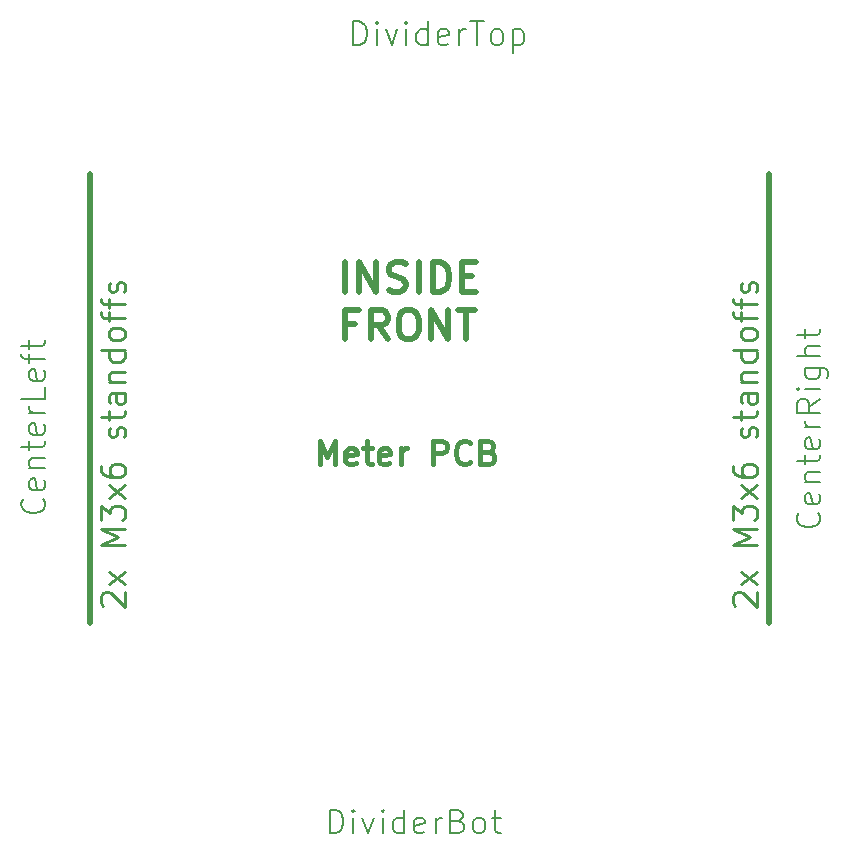
<source format=gbr>
%TF.GenerationSoftware,KiCad,Pcbnew,7.0.5-0*%
%TF.CreationDate,2024-04-21T20:23:48-04:00*%
%TF.ProjectId,swr_meter_divider,7377725f-6d65-4746-9572-5f6469766964,rev?*%
%TF.SameCoordinates,Original*%
%TF.FileFunction,Legend,Top*%
%TF.FilePolarity,Positive*%
%FSLAX46Y46*%
G04 Gerber Fmt 4.6, Leading zero omitted, Abs format (unit mm)*
G04 Created by KiCad (PCBNEW 7.0.5-0) date 2024-04-21 20:23:48*
%MOMM*%
%LPD*%
G01*
G04 APERTURE LIST*
%ADD10C,0.500000*%
%ADD11C,0.250000*%
%ADD12C,0.200000*%
%ADD13C,0.400000*%
G04 APERTURE END LIST*
D10*
X108075542Y-41783627D02*
X108075542Y-79783627D01*
X165575542Y-41783627D02*
X165575542Y-79783627D01*
X129699727Y-51726674D02*
X129699727Y-49226674D01*
X130890203Y-51726674D02*
X130890203Y-49226674D01*
X130890203Y-49226674D02*
X132318774Y-51726674D01*
X132318774Y-51726674D02*
X132318774Y-49226674D01*
X133390203Y-51607627D02*
X133747346Y-51726674D01*
X133747346Y-51726674D02*
X134342584Y-51726674D01*
X134342584Y-51726674D02*
X134580679Y-51607627D01*
X134580679Y-51607627D02*
X134699727Y-51488579D01*
X134699727Y-51488579D02*
X134818774Y-51250484D01*
X134818774Y-51250484D02*
X134818774Y-51012388D01*
X134818774Y-51012388D02*
X134699727Y-50774293D01*
X134699727Y-50774293D02*
X134580679Y-50655246D01*
X134580679Y-50655246D02*
X134342584Y-50536198D01*
X134342584Y-50536198D02*
X133866393Y-50417150D01*
X133866393Y-50417150D02*
X133628298Y-50298103D01*
X133628298Y-50298103D02*
X133509251Y-50179055D01*
X133509251Y-50179055D02*
X133390203Y-49940960D01*
X133390203Y-49940960D02*
X133390203Y-49702865D01*
X133390203Y-49702865D02*
X133509251Y-49464769D01*
X133509251Y-49464769D02*
X133628298Y-49345722D01*
X133628298Y-49345722D02*
X133866393Y-49226674D01*
X133866393Y-49226674D02*
X134461632Y-49226674D01*
X134461632Y-49226674D02*
X134818774Y-49345722D01*
X135890203Y-51726674D02*
X135890203Y-49226674D01*
X137080679Y-51726674D02*
X137080679Y-49226674D01*
X137080679Y-49226674D02*
X137675917Y-49226674D01*
X137675917Y-49226674D02*
X138033060Y-49345722D01*
X138033060Y-49345722D02*
X138271155Y-49583817D01*
X138271155Y-49583817D02*
X138390202Y-49821912D01*
X138390202Y-49821912D02*
X138509250Y-50298103D01*
X138509250Y-50298103D02*
X138509250Y-50655246D01*
X138509250Y-50655246D02*
X138390202Y-51131436D01*
X138390202Y-51131436D02*
X138271155Y-51369531D01*
X138271155Y-51369531D02*
X138033060Y-51607627D01*
X138033060Y-51607627D02*
X137675917Y-51726674D01*
X137675917Y-51726674D02*
X137080679Y-51726674D01*
X139580679Y-50417150D02*
X140414012Y-50417150D01*
X140771155Y-51726674D02*
X139580679Y-51726674D01*
X139580679Y-51726674D02*
X139580679Y-49226674D01*
X139580679Y-49226674D02*
X140771155Y-49226674D01*
X130533060Y-54442150D02*
X129699727Y-54442150D01*
X129699727Y-55751674D02*
X129699727Y-53251674D01*
X129699727Y-53251674D02*
X130890203Y-53251674D01*
X133271155Y-55751674D02*
X132437822Y-54561198D01*
X131842584Y-55751674D02*
X131842584Y-53251674D01*
X131842584Y-53251674D02*
X132794965Y-53251674D01*
X132794965Y-53251674D02*
X133033060Y-53370722D01*
X133033060Y-53370722D02*
X133152107Y-53489769D01*
X133152107Y-53489769D02*
X133271155Y-53727865D01*
X133271155Y-53727865D02*
X133271155Y-54085007D01*
X133271155Y-54085007D02*
X133152107Y-54323103D01*
X133152107Y-54323103D02*
X133033060Y-54442150D01*
X133033060Y-54442150D02*
X132794965Y-54561198D01*
X132794965Y-54561198D02*
X131842584Y-54561198D01*
X134818774Y-53251674D02*
X135294965Y-53251674D01*
X135294965Y-53251674D02*
X135533060Y-53370722D01*
X135533060Y-53370722D02*
X135771155Y-53608817D01*
X135771155Y-53608817D02*
X135890203Y-54085007D01*
X135890203Y-54085007D02*
X135890203Y-54918341D01*
X135890203Y-54918341D02*
X135771155Y-55394531D01*
X135771155Y-55394531D02*
X135533060Y-55632627D01*
X135533060Y-55632627D02*
X135294965Y-55751674D01*
X135294965Y-55751674D02*
X134818774Y-55751674D01*
X134818774Y-55751674D02*
X134580679Y-55632627D01*
X134580679Y-55632627D02*
X134342584Y-55394531D01*
X134342584Y-55394531D02*
X134223536Y-54918341D01*
X134223536Y-54918341D02*
X134223536Y-54085007D01*
X134223536Y-54085007D02*
X134342584Y-53608817D01*
X134342584Y-53608817D02*
X134580679Y-53370722D01*
X134580679Y-53370722D02*
X134818774Y-53251674D01*
X136961632Y-55751674D02*
X136961632Y-53251674D01*
X136961632Y-53251674D02*
X138390203Y-55751674D01*
X138390203Y-55751674D02*
X138390203Y-53251674D01*
X139223537Y-53251674D02*
X140652108Y-53251674D01*
X139937822Y-55751674D02*
X139937822Y-53251674D01*
D11*
X162708256Y-78297913D02*
X162613018Y-78202675D01*
X162613018Y-78202675D02*
X162517780Y-78012199D01*
X162517780Y-78012199D02*
X162517780Y-77536008D01*
X162517780Y-77536008D02*
X162613018Y-77345532D01*
X162613018Y-77345532D02*
X162708256Y-77250294D01*
X162708256Y-77250294D02*
X162898732Y-77155056D01*
X162898732Y-77155056D02*
X163089208Y-77155056D01*
X163089208Y-77155056D02*
X163374922Y-77250294D01*
X163374922Y-77250294D02*
X164517780Y-78393151D01*
X164517780Y-78393151D02*
X164517780Y-77155056D01*
X164517780Y-76488389D02*
X163184446Y-75440770D01*
X163184446Y-76488389D02*
X164517780Y-75440770D01*
X164517780Y-73155055D02*
X162517780Y-73155055D01*
X162517780Y-73155055D02*
X163946351Y-72488388D01*
X163946351Y-72488388D02*
X162517780Y-71821722D01*
X162517780Y-71821722D02*
X164517780Y-71821722D01*
X162517780Y-71059817D02*
X162517780Y-69821722D01*
X162517780Y-69821722D02*
X163279684Y-70488389D01*
X163279684Y-70488389D02*
X163279684Y-70202674D01*
X163279684Y-70202674D02*
X163374922Y-70012198D01*
X163374922Y-70012198D02*
X163470161Y-69916960D01*
X163470161Y-69916960D02*
X163660637Y-69821722D01*
X163660637Y-69821722D02*
X164136827Y-69821722D01*
X164136827Y-69821722D02*
X164327303Y-69916960D01*
X164327303Y-69916960D02*
X164422542Y-70012198D01*
X164422542Y-70012198D02*
X164517780Y-70202674D01*
X164517780Y-70202674D02*
X164517780Y-70774103D01*
X164517780Y-70774103D02*
X164422542Y-70964579D01*
X164422542Y-70964579D02*
X164327303Y-71059817D01*
X164517780Y-69155055D02*
X163184446Y-68107436D01*
X163184446Y-69155055D02*
X164517780Y-68107436D01*
X162517780Y-66488388D02*
X162517780Y-66869341D01*
X162517780Y-66869341D02*
X162613018Y-67059817D01*
X162613018Y-67059817D02*
X162708256Y-67155055D01*
X162708256Y-67155055D02*
X162993970Y-67345531D01*
X162993970Y-67345531D02*
X163374922Y-67440769D01*
X163374922Y-67440769D02*
X164136827Y-67440769D01*
X164136827Y-67440769D02*
X164327303Y-67345531D01*
X164327303Y-67345531D02*
X164422542Y-67250293D01*
X164422542Y-67250293D02*
X164517780Y-67059817D01*
X164517780Y-67059817D02*
X164517780Y-66678864D01*
X164517780Y-66678864D02*
X164422542Y-66488388D01*
X164422542Y-66488388D02*
X164327303Y-66393150D01*
X164327303Y-66393150D02*
X164136827Y-66297912D01*
X164136827Y-66297912D02*
X163660637Y-66297912D01*
X163660637Y-66297912D02*
X163470161Y-66393150D01*
X163470161Y-66393150D02*
X163374922Y-66488388D01*
X163374922Y-66488388D02*
X163279684Y-66678864D01*
X163279684Y-66678864D02*
X163279684Y-67059817D01*
X163279684Y-67059817D02*
X163374922Y-67250293D01*
X163374922Y-67250293D02*
X163470161Y-67345531D01*
X163470161Y-67345531D02*
X163660637Y-67440769D01*
X164422542Y-64012197D02*
X164517780Y-63821721D01*
X164517780Y-63821721D02*
X164517780Y-63440769D01*
X164517780Y-63440769D02*
X164422542Y-63250292D01*
X164422542Y-63250292D02*
X164232065Y-63155054D01*
X164232065Y-63155054D02*
X164136827Y-63155054D01*
X164136827Y-63155054D02*
X163946351Y-63250292D01*
X163946351Y-63250292D02*
X163851113Y-63440769D01*
X163851113Y-63440769D02*
X163851113Y-63726483D01*
X163851113Y-63726483D02*
X163755875Y-63916959D01*
X163755875Y-63916959D02*
X163565399Y-64012197D01*
X163565399Y-64012197D02*
X163470161Y-64012197D01*
X163470161Y-64012197D02*
X163279684Y-63916959D01*
X163279684Y-63916959D02*
X163184446Y-63726483D01*
X163184446Y-63726483D02*
X163184446Y-63440769D01*
X163184446Y-63440769D02*
X163279684Y-63250292D01*
X163184446Y-62583625D02*
X163184446Y-61821721D01*
X162517780Y-62297911D02*
X164232065Y-62297911D01*
X164232065Y-62297911D02*
X164422542Y-62202673D01*
X164422542Y-62202673D02*
X164517780Y-62012197D01*
X164517780Y-62012197D02*
X164517780Y-61821721D01*
X164517780Y-60297911D02*
X163470161Y-60297911D01*
X163470161Y-60297911D02*
X163279684Y-60393149D01*
X163279684Y-60393149D02*
X163184446Y-60583625D01*
X163184446Y-60583625D02*
X163184446Y-60964578D01*
X163184446Y-60964578D02*
X163279684Y-61155054D01*
X164422542Y-60297911D02*
X164517780Y-60488387D01*
X164517780Y-60488387D02*
X164517780Y-60964578D01*
X164517780Y-60964578D02*
X164422542Y-61155054D01*
X164422542Y-61155054D02*
X164232065Y-61250292D01*
X164232065Y-61250292D02*
X164041589Y-61250292D01*
X164041589Y-61250292D02*
X163851113Y-61155054D01*
X163851113Y-61155054D02*
X163755875Y-60964578D01*
X163755875Y-60964578D02*
X163755875Y-60488387D01*
X163755875Y-60488387D02*
X163660637Y-60297911D01*
X163184446Y-59345530D02*
X164517780Y-59345530D01*
X163374922Y-59345530D02*
X163279684Y-59250292D01*
X163279684Y-59250292D02*
X163184446Y-59059816D01*
X163184446Y-59059816D02*
X163184446Y-58774101D01*
X163184446Y-58774101D02*
X163279684Y-58583625D01*
X163279684Y-58583625D02*
X163470161Y-58488387D01*
X163470161Y-58488387D02*
X164517780Y-58488387D01*
X164517780Y-56678863D02*
X162517780Y-56678863D01*
X164422542Y-56678863D02*
X164517780Y-56869339D01*
X164517780Y-56869339D02*
X164517780Y-57250292D01*
X164517780Y-57250292D02*
X164422542Y-57440768D01*
X164422542Y-57440768D02*
X164327303Y-57536006D01*
X164327303Y-57536006D02*
X164136827Y-57631244D01*
X164136827Y-57631244D02*
X163565399Y-57631244D01*
X163565399Y-57631244D02*
X163374922Y-57536006D01*
X163374922Y-57536006D02*
X163279684Y-57440768D01*
X163279684Y-57440768D02*
X163184446Y-57250292D01*
X163184446Y-57250292D02*
X163184446Y-56869339D01*
X163184446Y-56869339D02*
X163279684Y-56678863D01*
X164517780Y-55440768D02*
X164422542Y-55631244D01*
X164422542Y-55631244D02*
X164327303Y-55726482D01*
X164327303Y-55726482D02*
X164136827Y-55821720D01*
X164136827Y-55821720D02*
X163565399Y-55821720D01*
X163565399Y-55821720D02*
X163374922Y-55726482D01*
X163374922Y-55726482D02*
X163279684Y-55631244D01*
X163279684Y-55631244D02*
X163184446Y-55440768D01*
X163184446Y-55440768D02*
X163184446Y-55155053D01*
X163184446Y-55155053D02*
X163279684Y-54964577D01*
X163279684Y-54964577D02*
X163374922Y-54869339D01*
X163374922Y-54869339D02*
X163565399Y-54774101D01*
X163565399Y-54774101D02*
X164136827Y-54774101D01*
X164136827Y-54774101D02*
X164327303Y-54869339D01*
X164327303Y-54869339D02*
X164422542Y-54964577D01*
X164422542Y-54964577D02*
X164517780Y-55155053D01*
X164517780Y-55155053D02*
X164517780Y-55440768D01*
X163184446Y-54202672D02*
X163184446Y-53440768D01*
X164517780Y-53916958D02*
X162803494Y-53916958D01*
X162803494Y-53916958D02*
X162613018Y-53821720D01*
X162613018Y-53821720D02*
X162517780Y-53631244D01*
X162517780Y-53631244D02*
X162517780Y-53440768D01*
X163184446Y-53059815D02*
X163184446Y-52297911D01*
X164517780Y-52774101D02*
X162803494Y-52774101D01*
X162803494Y-52774101D02*
X162613018Y-52678863D01*
X162613018Y-52678863D02*
X162517780Y-52488387D01*
X162517780Y-52488387D02*
X162517780Y-52297911D01*
X164422542Y-51726482D02*
X164517780Y-51536006D01*
X164517780Y-51536006D02*
X164517780Y-51155054D01*
X164517780Y-51155054D02*
X164422542Y-50964577D01*
X164422542Y-50964577D02*
X164232065Y-50869339D01*
X164232065Y-50869339D02*
X164136827Y-50869339D01*
X164136827Y-50869339D02*
X163946351Y-50964577D01*
X163946351Y-50964577D02*
X163851113Y-51155054D01*
X163851113Y-51155054D02*
X163851113Y-51440768D01*
X163851113Y-51440768D02*
X163755875Y-51631244D01*
X163755875Y-51631244D02*
X163565399Y-51726482D01*
X163565399Y-51726482D02*
X163470161Y-51726482D01*
X163470161Y-51726482D02*
X163279684Y-51631244D01*
X163279684Y-51631244D02*
X163184446Y-51440768D01*
X163184446Y-51440768D02*
X163184446Y-51155054D01*
X163184446Y-51155054D02*
X163279684Y-50964577D01*
D12*
X130383310Y-30828465D02*
X130383310Y-28828465D01*
X130383310Y-28828465D02*
X130859500Y-28828465D01*
X130859500Y-28828465D02*
X131145215Y-28923703D01*
X131145215Y-28923703D02*
X131335691Y-29114179D01*
X131335691Y-29114179D02*
X131430929Y-29304655D01*
X131430929Y-29304655D02*
X131526167Y-29685607D01*
X131526167Y-29685607D02*
X131526167Y-29971322D01*
X131526167Y-29971322D02*
X131430929Y-30352274D01*
X131430929Y-30352274D02*
X131335691Y-30542750D01*
X131335691Y-30542750D02*
X131145215Y-30733227D01*
X131145215Y-30733227D02*
X130859500Y-30828465D01*
X130859500Y-30828465D02*
X130383310Y-30828465D01*
X132383310Y-30828465D02*
X132383310Y-29495131D01*
X132383310Y-28828465D02*
X132288072Y-28923703D01*
X132288072Y-28923703D02*
X132383310Y-29018941D01*
X132383310Y-29018941D02*
X132478548Y-28923703D01*
X132478548Y-28923703D02*
X132383310Y-28828465D01*
X132383310Y-28828465D02*
X132383310Y-29018941D01*
X133145215Y-29495131D02*
X133621405Y-30828465D01*
X133621405Y-30828465D02*
X134097596Y-29495131D01*
X134859501Y-30828465D02*
X134859501Y-29495131D01*
X134859501Y-28828465D02*
X134764263Y-28923703D01*
X134764263Y-28923703D02*
X134859501Y-29018941D01*
X134859501Y-29018941D02*
X134954739Y-28923703D01*
X134954739Y-28923703D02*
X134859501Y-28828465D01*
X134859501Y-28828465D02*
X134859501Y-29018941D01*
X136669025Y-30828465D02*
X136669025Y-28828465D01*
X136669025Y-30733227D02*
X136478549Y-30828465D01*
X136478549Y-30828465D02*
X136097596Y-30828465D01*
X136097596Y-30828465D02*
X135907120Y-30733227D01*
X135907120Y-30733227D02*
X135811882Y-30637988D01*
X135811882Y-30637988D02*
X135716644Y-30447512D01*
X135716644Y-30447512D02*
X135716644Y-29876084D01*
X135716644Y-29876084D02*
X135811882Y-29685607D01*
X135811882Y-29685607D02*
X135907120Y-29590369D01*
X135907120Y-29590369D02*
X136097596Y-29495131D01*
X136097596Y-29495131D02*
X136478549Y-29495131D01*
X136478549Y-29495131D02*
X136669025Y-29590369D01*
X138383311Y-30733227D02*
X138192835Y-30828465D01*
X138192835Y-30828465D02*
X137811882Y-30828465D01*
X137811882Y-30828465D02*
X137621406Y-30733227D01*
X137621406Y-30733227D02*
X137526168Y-30542750D01*
X137526168Y-30542750D02*
X137526168Y-29780846D01*
X137526168Y-29780846D02*
X137621406Y-29590369D01*
X137621406Y-29590369D02*
X137811882Y-29495131D01*
X137811882Y-29495131D02*
X138192835Y-29495131D01*
X138192835Y-29495131D02*
X138383311Y-29590369D01*
X138383311Y-29590369D02*
X138478549Y-29780846D01*
X138478549Y-29780846D02*
X138478549Y-29971322D01*
X138478549Y-29971322D02*
X137526168Y-30161798D01*
X139335692Y-30828465D02*
X139335692Y-29495131D01*
X139335692Y-29876084D02*
X139430930Y-29685607D01*
X139430930Y-29685607D02*
X139526168Y-29590369D01*
X139526168Y-29590369D02*
X139716644Y-29495131D01*
X139716644Y-29495131D02*
X139907121Y-29495131D01*
X140288073Y-28828465D02*
X141430930Y-28828465D01*
X140859501Y-30828465D02*
X140859501Y-28828465D01*
X142383311Y-30828465D02*
X142192835Y-30733227D01*
X142192835Y-30733227D02*
X142097597Y-30637988D01*
X142097597Y-30637988D02*
X142002359Y-30447512D01*
X142002359Y-30447512D02*
X142002359Y-29876084D01*
X142002359Y-29876084D02*
X142097597Y-29685607D01*
X142097597Y-29685607D02*
X142192835Y-29590369D01*
X142192835Y-29590369D02*
X142383311Y-29495131D01*
X142383311Y-29495131D02*
X142669026Y-29495131D01*
X142669026Y-29495131D02*
X142859502Y-29590369D01*
X142859502Y-29590369D02*
X142954740Y-29685607D01*
X142954740Y-29685607D02*
X143049978Y-29876084D01*
X143049978Y-29876084D02*
X143049978Y-30447512D01*
X143049978Y-30447512D02*
X142954740Y-30637988D01*
X142954740Y-30637988D02*
X142859502Y-30733227D01*
X142859502Y-30733227D02*
X142669026Y-30828465D01*
X142669026Y-30828465D02*
X142383311Y-30828465D01*
X143907121Y-29495131D02*
X143907121Y-31495131D01*
X143907121Y-29590369D02*
X144097597Y-29495131D01*
X144097597Y-29495131D02*
X144478550Y-29495131D01*
X144478550Y-29495131D02*
X144669026Y-29590369D01*
X144669026Y-29590369D02*
X144764264Y-29685607D01*
X144764264Y-29685607D02*
X144859502Y-29876084D01*
X144859502Y-29876084D02*
X144859502Y-30447512D01*
X144859502Y-30447512D02*
X144764264Y-30637988D01*
X144764264Y-30637988D02*
X144669026Y-30733227D01*
X144669026Y-30733227D02*
X144478550Y-30828465D01*
X144478550Y-30828465D02*
X144097597Y-30828465D01*
X144097597Y-30828465D02*
X143907121Y-30733227D01*
D13*
X127514889Y-66318065D02*
X127514889Y-64318065D01*
X127514889Y-64318065D02*
X128181556Y-65746636D01*
X128181556Y-65746636D02*
X128848222Y-64318065D01*
X128848222Y-64318065D02*
X128848222Y-66318065D01*
X130562508Y-66222827D02*
X130372032Y-66318065D01*
X130372032Y-66318065D02*
X129991079Y-66318065D01*
X129991079Y-66318065D02*
X129800603Y-66222827D01*
X129800603Y-66222827D02*
X129705365Y-66032350D01*
X129705365Y-66032350D02*
X129705365Y-65270446D01*
X129705365Y-65270446D02*
X129800603Y-65079969D01*
X129800603Y-65079969D02*
X129991079Y-64984731D01*
X129991079Y-64984731D02*
X130372032Y-64984731D01*
X130372032Y-64984731D02*
X130562508Y-65079969D01*
X130562508Y-65079969D02*
X130657746Y-65270446D01*
X130657746Y-65270446D02*
X130657746Y-65460922D01*
X130657746Y-65460922D02*
X129705365Y-65651398D01*
X131229175Y-64984731D02*
X131991079Y-64984731D01*
X131514889Y-64318065D02*
X131514889Y-66032350D01*
X131514889Y-66032350D02*
X131610127Y-66222827D01*
X131610127Y-66222827D02*
X131800603Y-66318065D01*
X131800603Y-66318065D02*
X131991079Y-66318065D01*
X133419651Y-66222827D02*
X133229175Y-66318065D01*
X133229175Y-66318065D02*
X132848222Y-66318065D01*
X132848222Y-66318065D02*
X132657746Y-66222827D01*
X132657746Y-66222827D02*
X132562508Y-66032350D01*
X132562508Y-66032350D02*
X132562508Y-65270446D01*
X132562508Y-65270446D02*
X132657746Y-65079969D01*
X132657746Y-65079969D02*
X132848222Y-64984731D01*
X132848222Y-64984731D02*
X133229175Y-64984731D01*
X133229175Y-64984731D02*
X133419651Y-65079969D01*
X133419651Y-65079969D02*
X133514889Y-65270446D01*
X133514889Y-65270446D02*
X133514889Y-65460922D01*
X133514889Y-65460922D02*
X132562508Y-65651398D01*
X134372032Y-66318065D02*
X134372032Y-64984731D01*
X134372032Y-65365684D02*
X134467270Y-65175207D01*
X134467270Y-65175207D02*
X134562508Y-65079969D01*
X134562508Y-65079969D02*
X134752984Y-64984731D01*
X134752984Y-64984731D02*
X134943461Y-64984731D01*
X137133937Y-66318065D02*
X137133937Y-64318065D01*
X137133937Y-64318065D02*
X137895842Y-64318065D01*
X137895842Y-64318065D02*
X138086318Y-64413303D01*
X138086318Y-64413303D02*
X138181556Y-64508541D01*
X138181556Y-64508541D02*
X138276794Y-64699017D01*
X138276794Y-64699017D02*
X138276794Y-64984731D01*
X138276794Y-64984731D02*
X138181556Y-65175207D01*
X138181556Y-65175207D02*
X138086318Y-65270446D01*
X138086318Y-65270446D02*
X137895842Y-65365684D01*
X137895842Y-65365684D02*
X137133937Y-65365684D01*
X140276794Y-66127588D02*
X140181556Y-66222827D01*
X140181556Y-66222827D02*
X139895842Y-66318065D01*
X139895842Y-66318065D02*
X139705366Y-66318065D01*
X139705366Y-66318065D02*
X139419651Y-66222827D01*
X139419651Y-66222827D02*
X139229175Y-66032350D01*
X139229175Y-66032350D02*
X139133937Y-65841874D01*
X139133937Y-65841874D02*
X139038699Y-65460922D01*
X139038699Y-65460922D02*
X139038699Y-65175207D01*
X139038699Y-65175207D02*
X139133937Y-64794255D01*
X139133937Y-64794255D02*
X139229175Y-64603779D01*
X139229175Y-64603779D02*
X139419651Y-64413303D01*
X139419651Y-64413303D02*
X139705366Y-64318065D01*
X139705366Y-64318065D02*
X139895842Y-64318065D01*
X139895842Y-64318065D02*
X140181556Y-64413303D01*
X140181556Y-64413303D02*
X140276794Y-64508541D01*
X141800604Y-65270446D02*
X142086318Y-65365684D01*
X142086318Y-65365684D02*
X142181556Y-65460922D01*
X142181556Y-65460922D02*
X142276794Y-65651398D01*
X142276794Y-65651398D02*
X142276794Y-65937112D01*
X142276794Y-65937112D02*
X142181556Y-66127588D01*
X142181556Y-66127588D02*
X142086318Y-66222827D01*
X142086318Y-66222827D02*
X141895842Y-66318065D01*
X141895842Y-66318065D02*
X141133937Y-66318065D01*
X141133937Y-66318065D02*
X141133937Y-64318065D01*
X141133937Y-64318065D02*
X141800604Y-64318065D01*
X141800604Y-64318065D02*
X141991080Y-64413303D01*
X141991080Y-64413303D02*
X142086318Y-64508541D01*
X142086318Y-64508541D02*
X142181556Y-64699017D01*
X142181556Y-64699017D02*
X142181556Y-64889493D01*
X142181556Y-64889493D02*
X142086318Y-65079969D01*
X142086318Y-65079969D02*
X141991080Y-65175207D01*
X141991080Y-65175207D02*
X141800604Y-65270446D01*
X141800604Y-65270446D02*
X141133937Y-65270446D01*
D12*
X169729903Y-70433001D02*
X169825142Y-70528239D01*
X169825142Y-70528239D02*
X169920380Y-70813953D01*
X169920380Y-70813953D02*
X169920380Y-71004429D01*
X169920380Y-71004429D02*
X169825142Y-71290144D01*
X169825142Y-71290144D02*
X169634665Y-71480620D01*
X169634665Y-71480620D02*
X169444189Y-71575858D01*
X169444189Y-71575858D02*
X169063237Y-71671096D01*
X169063237Y-71671096D02*
X168777522Y-71671096D01*
X168777522Y-71671096D02*
X168396570Y-71575858D01*
X168396570Y-71575858D02*
X168206094Y-71480620D01*
X168206094Y-71480620D02*
X168015618Y-71290144D01*
X168015618Y-71290144D02*
X167920380Y-71004429D01*
X167920380Y-71004429D02*
X167920380Y-70813953D01*
X167920380Y-70813953D02*
X168015618Y-70528239D01*
X168015618Y-70528239D02*
X168110856Y-70433001D01*
X169825142Y-68813953D02*
X169920380Y-69004429D01*
X169920380Y-69004429D02*
X169920380Y-69385382D01*
X169920380Y-69385382D02*
X169825142Y-69575858D01*
X169825142Y-69575858D02*
X169634665Y-69671096D01*
X169634665Y-69671096D02*
X168872761Y-69671096D01*
X168872761Y-69671096D02*
X168682284Y-69575858D01*
X168682284Y-69575858D02*
X168587046Y-69385382D01*
X168587046Y-69385382D02*
X168587046Y-69004429D01*
X168587046Y-69004429D02*
X168682284Y-68813953D01*
X168682284Y-68813953D02*
X168872761Y-68718715D01*
X168872761Y-68718715D02*
X169063237Y-68718715D01*
X169063237Y-68718715D02*
X169253713Y-69671096D01*
X168587046Y-67861572D02*
X169920380Y-67861572D01*
X168777522Y-67861572D02*
X168682284Y-67766334D01*
X168682284Y-67766334D02*
X168587046Y-67575858D01*
X168587046Y-67575858D02*
X168587046Y-67290143D01*
X168587046Y-67290143D02*
X168682284Y-67099667D01*
X168682284Y-67099667D02*
X168872761Y-67004429D01*
X168872761Y-67004429D02*
X169920380Y-67004429D01*
X168587046Y-66337762D02*
X168587046Y-65575858D01*
X167920380Y-66052048D02*
X169634665Y-66052048D01*
X169634665Y-66052048D02*
X169825142Y-65956810D01*
X169825142Y-65956810D02*
X169920380Y-65766334D01*
X169920380Y-65766334D02*
X169920380Y-65575858D01*
X169825142Y-64147286D02*
X169920380Y-64337762D01*
X169920380Y-64337762D02*
X169920380Y-64718715D01*
X169920380Y-64718715D02*
X169825142Y-64909191D01*
X169825142Y-64909191D02*
X169634665Y-65004429D01*
X169634665Y-65004429D02*
X168872761Y-65004429D01*
X168872761Y-65004429D02*
X168682284Y-64909191D01*
X168682284Y-64909191D02*
X168587046Y-64718715D01*
X168587046Y-64718715D02*
X168587046Y-64337762D01*
X168587046Y-64337762D02*
X168682284Y-64147286D01*
X168682284Y-64147286D02*
X168872761Y-64052048D01*
X168872761Y-64052048D02*
X169063237Y-64052048D01*
X169063237Y-64052048D02*
X169253713Y-65004429D01*
X169920380Y-63194905D02*
X168587046Y-63194905D01*
X168967999Y-63194905D02*
X168777522Y-63099667D01*
X168777522Y-63099667D02*
X168682284Y-63004429D01*
X168682284Y-63004429D02*
X168587046Y-62813953D01*
X168587046Y-62813953D02*
X168587046Y-62623476D01*
X169920380Y-60813953D02*
X168967999Y-61480620D01*
X169920380Y-61956810D02*
X167920380Y-61956810D01*
X167920380Y-61956810D02*
X167920380Y-61194905D01*
X167920380Y-61194905D02*
X168015618Y-61004429D01*
X168015618Y-61004429D02*
X168110856Y-60909191D01*
X168110856Y-60909191D02*
X168301332Y-60813953D01*
X168301332Y-60813953D02*
X168587046Y-60813953D01*
X168587046Y-60813953D02*
X168777522Y-60909191D01*
X168777522Y-60909191D02*
X168872761Y-61004429D01*
X168872761Y-61004429D02*
X168967999Y-61194905D01*
X168967999Y-61194905D02*
X168967999Y-61956810D01*
X169920380Y-59956810D02*
X168587046Y-59956810D01*
X167920380Y-59956810D02*
X168015618Y-60052048D01*
X168015618Y-60052048D02*
X168110856Y-59956810D01*
X168110856Y-59956810D02*
X168015618Y-59861572D01*
X168015618Y-59861572D02*
X167920380Y-59956810D01*
X167920380Y-59956810D02*
X168110856Y-59956810D01*
X168587046Y-58147286D02*
X170206094Y-58147286D01*
X170206094Y-58147286D02*
X170396570Y-58242524D01*
X170396570Y-58242524D02*
X170491808Y-58337762D01*
X170491808Y-58337762D02*
X170587046Y-58528239D01*
X170587046Y-58528239D02*
X170587046Y-58813953D01*
X170587046Y-58813953D02*
X170491808Y-59004429D01*
X169825142Y-58147286D02*
X169920380Y-58337762D01*
X169920380Y-58337762D02*
X169920380Y-58718715D01*
X169920380Y-58718715D02*
X169825142Y-58909191D01*
X169825142Y-58909191D02*
X169729903Y-59004429D01*
X169729903Y-59004429D02*
X169539427Y-59099667D01*
X169539427Y-59099667D02*
X168967999Y-59099667D01*
X168967999Y-59099667D02*
X168777522Y-59004429D01*
X168777522Y-59004429D02*
X168682284Y-58909191D01*
X168682284Y-58909191D02*
X168587046Y-58718715D01*
X168587046Y-58718715D02*
X168587046Y-58337762D01*
X168587046Y-58337762D02*
X168682284Y-58147286D01*
X169920380Y-57194905D02*
X167920380Y-57194905D01*
X169920380Y-56337762D02*
X168872761Y-56337762D01*
X168872761Y-56337762D02*
X168682284Y-56433000D01*
X168682284Y-56433000D02*
X168587046Y-56623476D01*
X168587046Y-56623476D02*
X168587046Y-56909191D01*
X168587046Y-56909191D02*
X168682284Y-57099667D01*
X168682284Y-57099667D02*
X168777522Y-57194905D01*
X168587046Y-55671095D02*
X168587046Y-54909191D01*
X167920380Y-55385381D02*
X169634665Y-55385381D01*
X169634665Y-55385381D02*
X169825142Y-55290143D01*
X169825142Y-55290143D02*
X169920380Y-55099667D01*
X169920380Y-55099667D02*
X169920380Y-54909191D01*
X128383310Y-97578465D02*
X128383310Y-95578465D01*
X128383310Y-95578465D02*
X128859500Y-95578465D01*
X128859500Y-95578465D02*
X129145215Y-95673703D01*
X129145215Y-95673703D02*
X129335691Y-95864179D01*
X129335691Y-95864179D02*
X129430929Y-96054655D01*
X129430929Y-96054655D02*
X129526167Y-96435607D01*
X129526167Y-96435607D02*
X129526167Y-96721322D01*
X129526167Y-96721322D02*
X129430929Y-97102274D01*
X129430929Y-97102274D02*
X129335691Y-97292750D01*
X129335691Y-97292750D02*
X129145215Y-97483227D01*
X129145215Y-97483227D02*
X128859500Y-97578465D01*
X128859500Y-97578465D02*
X128383310Y-97578465D01*
X130383310Y-97578465D02*
X130383310Y-96245131D01*
X130383310Y-95578465D02*
X130288072Y-95673703D01*
X130288072Y-95673703D02*
X130383310Y-95768941D01*
X130383310Y-95768941D02*
X130478548Y-95673703D01*
X130478548Y-95673703D02*
X130383310Y-95578465D01*
X130383310Y-95578465D02*
X130383310Y-95768941D01*
X131145215Y-96245131D02*
X131621405Y-97578465D01*
X131621405Y-97578465D02*
X132097596Y-96245131D01*
X132859501Y-97578465D02*
X132859501Y-96245131D01*
X132859501Y-95578465D02*
X132764263Y-95673703D01*
X132764263Y-95673703D02*
X132859501Y-95768941D01*
X132859501Y-95768941D02*
X132954739Y-95673703D01*
X132954739Y-95673703D02*
X132859501Y-95578465D01*
X132859501Y-95578465D02*
X132859501Y-95768941D01*
X134669025Y-97578465D02*
X134669025Y-95578465D01*
X134669025Y-97483227D02*
X134478549Y-97578465D01*
X134478549Y-97578465D02*
X134097596Y-97578465D01*
X134097596Y-97578465D02*
X133907120Y-97483227D01*
X133907120Y-97483227D02*
X133811882Y-97387988D01*
X133811882Y-97387988D02*
X133716644Y-97197512D01*
X133716644Y-97197512D02*
X133716644Y-96626084D01*
X133716644Y-96626084D02*
X133811882Y-96435607D01*
X133811882Y-96435607D02*
X133907120Y-96340369D01*
X133907120Y-96340369D02*
X134097596Y-96245131D01*
X134097596Y-96245131D02*
X134478549Y-96245131D01*
X134478549Y-96245131D02*
X134669025Y-96340369D01*
X136383311Y-97483227D02*
X136192835Y-97578465D01*
X136192835Y-97578465D02*
X135811882Y-97578465D01*
X135811882Y-97578465D02*
X135621406Y-97483227D01*
X135621406Y-97483227D02*
X135526168Y-97292750D01*
X135526168Y-97292750D02*
X135526168Y-96530846D01*
X135526168Y-96530846D02*
X135621406Y-96340369D01*
X135621406Y-96340369D02*
X135811882Y-96245131D01*
X135811882Y-96245131D02*
X136192835Y-96245131D01*
X136192835Y-96245131D02*
X136383311Y-96340369D01*
X136383311Y-96340369D02*
X136478549Y-96530846D01*
X136478549Y-96530846D02*
X136478549Y-96721322D01*
X136478549Y-96721322D02*
X135526168Y-96911798D01*
X137335692Y-97578465D02*
X137335692Y-96245131D01*
X137335692Y-96626084D02*
X137430930Y-96435607D01*
X137430930Y-96435607D02*
X137526168Y-96340369D01*
X137526168Y-96340369D02*
X137716644Y-96245131D01*
X137716644Y-96245131D02*
X137907121Y-96245131D01*
X139240454Y-96530846D02*
X139526168Y-96626084D01*
X139526168Y-96626084D02*
X139621406Y-96721322D01*
X139621406Y-96721322D02*
X139716644Y-96911798D01*
X139716644Y-96911798D02*
X139716644Y-97197512D01*
X139716644Y-97197512D02*
X139621406Y-97387988D01*
X139621406Y-97387988D02*
X139526168Y-97483227D01*
X139526168Y-97483227D02*
X139335692Y-97578465D01*
X139335692Y-97578465D02*
X138573787Y-97578465D01*
X138573787Y-97578465D02*
X138573787Y-95578465D01*
X138573787Y-95578465D02*
X139240454Y-95578465D01*
X139240454Y-95578465D02*
X139430930Y-95673703D01*
X139430930Y-95673703D02*
X139526168Y-95768941D01*
X139526168Y-95768941D02*
X139621406Y-95959417D01*
X139621406Y-95959417D02*
X139621406Y-96149893D01*
X139621406Y-96149893D02*
X139526168Y-96340369D01*
X139526168Y-96340369D02*
X139430930Y-96435607D01*
X139430930Y-96435607D02*
X139240454Y-96530846D01*
X139240454Y-96530846D02*
X138573787Y-96530846D01*
X140859501Y-97578465D02*
X140669025Y-97483227D01*
X140669025Y-97483227D02*
X140573787Y-97387988D01*
X140573787Y-97387988D02*
X140478549Y-97197512D01*
X140478549Y-97197512D02*
X140478549Y-96626084D01*
X140478549Y-96626084D02*
X140573787Y-96435607D01*
X140573787Y-96435607D02*
X140669025Y-96340369D01*
X140669025Y-96340369D02*
X140859501Y-96245131D01*
X140859501Y-96245131D02*
X141145216Y-96245131D01*
X141145216Y-96245131D02*
X141335692Y-96340369D01*
X141335692Y-96340369D02*
X141430930Y-96435607D01*
X141430930Y-96435607D02*
X141526168Y-96626084D01*
X141526168Y-96626084D02*
X141526168Y-97197512D01*
X141526168Y-97197512D02*
X141430930Y-97387988D01*
X141430930Y-97387988D02*
X141335692Y-97483227D01*
X141335692Y-97483227D02*
X141145216Y-97578465D01*
X141145216Y-97578465D02*
X140859501Y-97578465D01*
X142097597Y-96245131D02*
X142859501Y-96245131D01*
X142383311Y-95578465D02*
X142383311Y-97292750D01*
X142383311Y-97292750D02*
X142478549Y-97483227D01*
X142478549Y-97483227D02*
X142669025Y-97578465D01*
X142669025Y-97578465D02*
X142859501Y-97578465D01*
X104079903Y-69233001D02*
X104175142Y-69328239D01*
X104175142Y-69328239D02*
X104270380Y-69613953D01*
X104270380Y-69613953D02*
X104270380Y-69804429D01*
X104270380Y-69804429D02*
X104175142Y-70090144D01*
X104175142Y-70090144D02*
X103984665Y-70280620D01*
X103984665Y-70280620D02*
X103794189Y-70375858D01*
X103794189Y-70375858D02*
X103413237Y-70471096D01*
X103413237Y-70471096D02*
X103127522Y-70471096D01*
X103127522Y-70471096D02*
X102746570Y-70375858D01*
X102746570Y-70375858D02*
X102556094Y-70280620D01*
X102556094Y-70280620D02*
X102365618Y-70090144D01*
X102365618Y-70090144D02*
X102270380Y-69804429D01*
X102270380Y-69804429D02*
X102270380Y-69613953D01*
X102270380Y-69613953D02*
X102365618Y-69328239D01*
X102365618Y-69328239D02*
X102460856Y-69233001D01*
X104175142Y-67613953D02*
X104270380Y-67804429D01*
X104270380Y-67804429D02*
X104270380Y-68185382D01*
X104270380Y-68185382D02*
X104175142Y-68375858D01*
X104175142Y-68375858D02*
X103984665Y-68471096D01*
X103984665Y-68471096D02*
X103222761Y-68471096D01*
X103222761Y-68471096D02*
X103032284Y-68375858D01*
X103032284Y-68375858D02*
X102937046Y-68185382D01*
X102937046Y-68185382D02*
X102937046Y-67804429D01*
X102937046Y-67804429D02*
X103032284Y-67613953D01*
X103032284Y-67613953D02*
X103222761Y-67518715D01*
X103222761Y-67518715D02*
X103413237Y-67518715D01*
X103413237Y-67518715D02*
X103603713Y-68471096D01*
X102937046Y-66661572D02*
X104270380Y-66661572D01*
X103127522Y-66661572D02*
X103032284Y-66566334D01*
X103032284Y-66566334D02*
X102937046Y-66375858D01*
X102937046Y-66375858D02*
X102937046Y-66090143D01*
X102937046Y-66090143D02*
X103032284Y-65899667D01*
X103032284Y-65899667D02*
X103222761Y-65804429D01*
X103222761Y-65804429D02*
X104270380Y-65804429D01*
X102937046Y-65137762D02*
X102937046Y-64375858D01*
X102270380Y-64852048D02*
X103984665Y-64852048D01*
X103984665Y-64852048D02*
X104175142Y-64756810D01*
X104175142Y-64756810D02*
X104270380Y-64566334D01*
X104270380Y-64566334D02*
X104270380Y-64375858D01*
X104175142Y-62947286D02*
X104270380Y-63137762D01*
X104270380Y-63137762D02*
X104270380Y-63518715D01*
X104270380Y-63518715D02*
X104175142Y-63709191D01*
X104175142Y-63709191D02*
X103984665Y-63804429D01*
X103984665Y-63804429D02*
X103222761Y-63804429D01*
X103222761Y-63804429D02*
X103032284Y-63709191D01*
X103032284Y-63709191D02*
X102937046Y-63518715D01*
X102937046Y-63518715D02*
X102937046Y-63137762D01*
X102937046Y-63137762D02*
X103032284Y-62947286D01*
X103032284Y-62947286D02*
X103222761Y-62852048D01*
X103222761Y-62852048D02*
X103413237Y-62852048D01*
X103413237Y-62852048D02*
X103603713Y-63804429D01*
X104270380Y-61994905D02*
X102937046Y-61994905D01*
X103317999Y-61994905D02*
X103127522Y-61899667D01*
X103127522Y-61899667D02*
X103032284Y-61804429D01*
X103032284Y-61804429D02*
X102937046Y-61613953D01*
X102937046Y-61613953D02*
X102937046Y-61423476D01*
X104270380Y-59804429D02*
X104270380Y-60756810D01*
X104270380Y-60756810D02*
X102270380Y-60756810D01*
X104175142Y-58375857D02*
X104270380Y-58566333D01*
X104270380Y-58566333D02*
X104270380Y-58947286D01*
X104270380Y-58947286D02*
X104175142Y-59137762D01*
X104175142Y-59137762D02*
X103984665Y-59233000D01*
X103984665Y-59233000D02*
X103222761Y-59233000D01*
X103222761Y-59233000D02*
X103032284Y-59137762D01*
X103032284Y-59137762D02*
X102937046Y-58947286D01*
X102937046Y-58947286D02*
X102937046Y-58566333D01*
X102937046Y-58566333D02*
X103032284Y-58375857D01*
X103032284Y-58375857D02*
X103222761Y-58280619D01*
X103222761Y-58280619D02*
X103413237Y-58280619D01*
X103413237Y-58280619D02*
X103603713Y-59233000D01*
X102937046Y-57709190D02*
X102937046Y-56947286D01*
X104270380Y-57423476D02*
X102556094Y-57423476D01*
X102556094Y-57423476D02*
X102365618Y-57328238D01*
X102365618Y-57328238D02*
X102270380Y-57137762D01*
X102270380Y-57137762D02*
X102270380Y-56947286D01*
X102937046Y-56566333D02*
X102937046Y-55804429D01*
X102270380Y-56280619D02*
X103984665Y-56280619D01*
X103984665Y-56280619D02*
X104175142Y-56185381D01*
X104175142Y-56185381D02*
X104270380Y-55994905D01*
X104270380Y-55994905D02*
X104270380Y-55804429D01*
D11*
X109208256Y-78297913D02*
X109113018Y-78202675D01*
X109113018Y-78202675D02*
X109017780Y-78012199D01*
X109017780Y-78012199D02*
X109017780Y-77536008D01*
X109017780Y-77536008D02*
X109113018Y-77345532D01*
X109113018Y-77345532D02*
X109208256Y-77250294D01*
X109208256Y-77250294D02*
X109398732Y-77155056D01*
X109398732Y-77155056D02*
X109589208Y-77155056D01*
X109589208Y-77155056D02*
X109874922Y-77250294D01*
X109874922Y-77250294D02*
X111017780Y-78393151D01*
X111017780Y-78393151D02*
X111017780Y-77155056D01*
X111017780Y-76488389D02*
X109684446Y-75440770D01*
X109684446Y-76488389D02*
X111017780Y-75440770D01*
X111017780Y-73155055D02*
X109017780Y-73155055D01*
X109017780Y-73155055D02*
X110446351Y-72488388D01*
X110446351Y-72488388D02*
X109017780Y-71821722D01*
X109017780Y-71821722D02*
X111017780Y-71821722D01*
X109017780Y-71059817D02*
X109017780Y-69821722D01*
X109017780Y-69821722D02*
X109779684Y-70488389D01*
X109779684Y-70488389D02*
X109779684Y-70202674D01*
X109779684Y-70202674D02*
X109874922Y-70012198D01*
X109874922Y-70012198D02*
X109970161Y-69916960D01*
X109970161Y-69916960D02*
X110160637Y-69821722D01*
X110160637Y-69821722D02*
X110636827Y-69821722D01*
X110636827Y-69821722D02*
X110827303Y-69916960D01*
X110827303Y-69916960D02*
X110922542Y-70012198D01*
X110922542Y-70012198D02*
X111017780Y-70202674D01*
X111017780Y-70202674D02*
X111017780Y-70774103D01*
X111017780Y-70774103D02*
X110922542Y-70964579D01*
X110922542Y-70964579D02*
X110827303Y-71059817D01*
X111017780Y-69155055D02*
X109684446Y-68107436D01*
X109684446Y-69155055D02*
X111017780Y-68107436D01*
X109017780Y-66488388D02*
X109017780Y-66869341D01*
X109017780Y-66869341D02*
X109113018Y-67059817D01*
X109113018Y-67059817D02*
X109208256Y-67155055D01*
X109208256Y-67155055D02*
X109493970Y-67345531D01*
X109493970Y-67345531D02*
X109874922Y-67440769D01*
X109874922Y-67440769D02*
X110636827Y-67440769D01*
X110636827Y-67440769D02*
X110827303Y-67345531D01*
X110827303Y-67345531D02*
X110922542Y-67250293D01*
X110922542Y-67250293D02*
X111017780Y-67059817D01*
X111017780Y-67059817D02*
X111017780Y-66678864D01*
X111017780Y-66678864D02*
X110922542Y-66488388D01*
X110922542Y-66488388D02*
X110827303Y-66393150D01*
X110827303Y-66393150D02*
X110636827Y-66297912D01*
X110636827Y-66297912D02*
X110160637Y-66297912D01*
X110160637Y-66297912D02*
X109970161Y-66393150D01*
X109970161Y-66393150D02*
X109874922Y-66488388D01*
X109874922Y-66488388D02*
X109779684Y-66678864D01*
X109779684Y-66678864D02*
X109779684Y-67059817D01*
X109779684Y-67059817D02*
X109874922Y-67250293D01*
X109874922Y-67250293D02*
X109970161Y-67345531D01*
X109970161Y-67345531D02*
X110160637Y-67440769D01*
X110922542Y-64012197D02*
X111017780Y-63821721D01*
X111017780Y-63821721D02*
X111017780Y-63440769D01*
X111017780Y-63440769D02*
X110922542Y-63250292D01*
X110922542Y-63250292D02*
X110732065Y-63155054D01*
X110732065Y-63155054D02*
X110636827Y-63155054D01*
X110636827Y-63155054D02*
X110446351Y-63250292D01*
X110446351Y-63250292D02*
X110351113Y-63440769D01*
X110351113Y-63440769D02*
X110351113Y-63726483D01*
X110351113Y-63726483D02*
X110255875Y-63916959D01*
X110255875Y-63916959D02*
X110065399Y-64012197D01*
X110065399Y-64012197D02*
X109970161Y-64012197D01*
X109970161Y-64012197D02*
X109779684Y-63916959D01*
X109779684Y-63916959D02*
X109684446Y-63726483D01*
X109684446Y-63726483D02*
X109684446Y-63440769D01*
X109684446Y-63440769D02*
X109779684Y-63250292D01*
X109684446Y-62583625D02*
X109684446Y-61821721D01*
X109017780Y-62297911D02*
X110732065Y-62297911D01*
X110732065Y-62297911D02*
X110922542Y-62202673D01*
X110922542Y-62202673D02*
X111017780Y-62012197D01*
X111017780Y-62012197D02*
X111017780Y-61821721D01*
X111017780Y-60297911D02*
X109970161Y-60297911D01*
X109970161Y-60297911D02*
X109779684Y-60393149D01*
X109779684Y-60393149D02*
X109684446Y-60583625D01*
X109684446Y-60583625D02*
X109684446Y-60964578D01*
X109684446Y-60964578D02*
X109779684Y-61155054D01*
X110922542Y-60297911D02*
X111017780Y-60488387D01*
X111017780Y-60488387D02*
X111017780Y-60964578D01*
X111017780Y-60964578D02*
X110922542Y-61155054D01*
X110922542Y-61155054D02*
X110732065Y-61250292D01*
X110732065Y-61250292D02*
X110541589Y-61250292D01*
X110541589Y-61250292D02*
X110351113Y-61155054D01*
X110351113Y-61155054D02*
X110255875Y-60964578D01*
X110255875Y-60964578D02*
X110255875Y-60488387D01*
X110255875Y-60488387D02*
X110160637Y-60297911D01*
X109684446Y-59345530D02*
X111017780Y-59345530D01*
X109874922Y-59345530D02*
X109779684Y-59250292D01*
X109779684Y-59250292D02*
X109684446Y-59059816D01*
X109684446Y-59059816D02*
X109684446Y-58774101D01*
X109684446Y-58774101D02*
X109779684Y-58583625D01*
X109779684Y-58583625D02*
X109970161Y-58488387D01*
X109970161Y-58488387D02*
X111017780Y-58488387D01*
X111017780Y-56678863D02*
X109017780Y-56678863D01*
X110922542Y-56678863D02*
X111017780Y-56869339D01*
X111017780Y-56869339D02*
X111017780Y-57250292D01*
X111017780Y-57250292D02*
X110922542Y-57440768D01*
X110922542Y-57440768D02*
X110827303Y-57536006D01*
X110827303Y-57536006D02*
X110636827Y-57631244D01*
X110636827Y-57631244D02*
X110065399Y-57631244D01*
X110065399Y-57631244D02*
X109874922Y-57536006D01*
X109874922Y-57536006D02*
X109779684Y-57440768D01*
X109779684Y-57440768D02*
X109684446Y-57250292D01*
X109684446Y-57250292D02*
X109684446Y-56869339D01*
X109684446Y-56869339D02*
X109779684Y-56678863D01*
X111017780Y-55440768D02*
X110922542Y-55631244D01*
X110922542Y-55631244D02*
X110827303Y-55726482D01*
X110827303Y-55726482D02*
X110636827Y-55821720D01*
X110636827Y-55821720D02*
X110065399Y-55821720D01*
X110065399Y-55821720D02*
X109874922Y-55726482D01*
X109874922Y-55726482D02*
X109779684Y-55631244D01*
X109779684Y-55631244D02*
X109684446Y-55440768D01*
X109684446Y-55440768D02*
X109684446Y-55155053D01*
X109684446Y-55155053D02*
X109779684Y-54964577D01*
X109779684Y-54964577D02*
X109874922Y-54869339D01*
X109874922Y-54869339D02*
X110065399Y-54774101D01*
X110065399Y-54774101D02*
X110636827Y-54774101D01*
X110636827Y-54774101D02*
X110827303Y-54869339D01*
X110827303Y-54869339D02*
X110922542Y-54964577D01*
X110922542Y-54964577D02*
X111017780Y-55155053D01*
X111017780Y-55155053D02*
X111017780Y-55440768D01*
X109684446Y-54202672D02*
X109684446Y-53440768D01*
X111017780Y-53916958D02*
X109303494Y-53916958D01*
X109303494Y-53916958D02*
X109113018Y-53821720D01*
X109113018Y-53821720D02*
X109017780Y-53631244D01*
X109017780Y-53631244D02*
X109017780Y-53440768D01*
X109684446Y-53059815D02*
X109684446Y-52297911D01*
X111017780Y-52774101D02*
X109303494Y-52774101D01*
X109303494Y-52774101D02*
X109113018Y-52678863D01*
X109113018Y-52678863D02*
X109017780Y-52488387D01*
X109017780Y-52488387D02*
X109017780Y-52297911D01*
X110922542Y-51726482D02*
X111017780Y-51536006D01*
X111017780Y-51536006D02*
X111017780Y-51155054D01*
X111017780Y-51155054D02*
X110922542Y-50964577D01*
X110922542Y-50964577D02*
X110732065Y-50869339D01*
X110732065Y-50869339D02*
X110636827Y-50869339D01*
X110636827Y-50869339D02*
X110446351Y-50964577D01*
X110446351Y-50964577D02*
X110351113Y-51155054D01*
X110351113Y-51155054D02*
X110351113Y-51440768D01*
X110351113Y-51440768D02*
X110255875Y-51631244D01*
X110255875Y-51631244D02*
X110065399Y-51726482D01*
X110065399Y-51726482D02*
X109970161Y-51726482D01*
X109970161Y-51726482D02*
X109779684Y-51631244D01*
X109779684Y-51631244D02*
X109684446Y-51440768D01*
X109684446Y-51440768D02*
X109684446Y-51155054D01*
X109684446Y-51155054D02*
X109779684Y-50964577D01*
M02*

</source>
